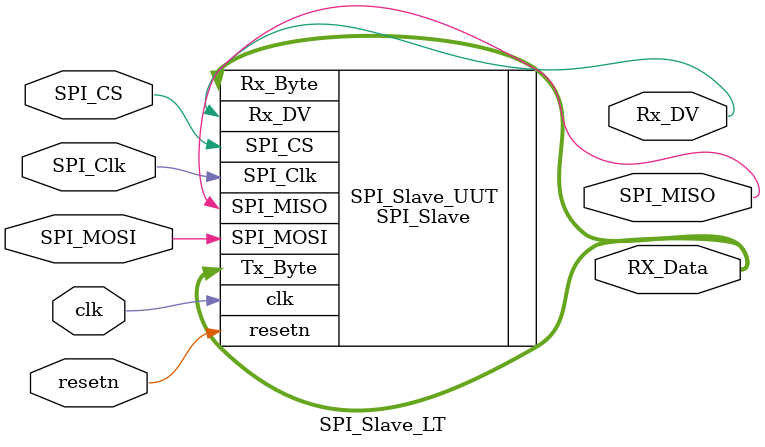
<source format=v>
`ifndef SPI_SLAVE_LT_V
	`define SPI_SLAVE_LT_V

`include "SPI_Slave.v"

module SPI_Slave_LT(
		input clk,
		input resetn, // Reset low
		input SPI_CS,
		input SPI_Clk,
		input SPI_MOSI,
		output SPI_MISO,
		output Rx_DV, // pulse high, one cycle, when 8 bits have been received
		output [7:0] RX_Data
);
	
//wire [7:0] RX_Data;
	
	SPI_Slave SPI_Slave_UUT
		(
			.clk(clk),
			.resetn(resetn),
			.SPI_CS(SPI_CS),
			.SPI_Clk(SPI_Clk),
			.SPI_MOSI(SPI_MOSI),
			.SPI_MISO(SPI_MISO),
			.Rx_DV(Rx_DV),
			.Rx_Byte(RX_Data),
			.Tx_Byte(RX_Data) // 8 bit data to transmit  		  
		);

endmodule

`endif
</source>
